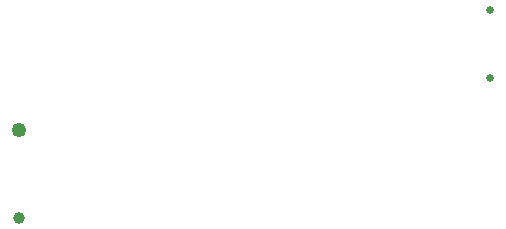
<source format=gbr>
%TF.GenerationSoftware,Altium Limited,Altium Designer,24.5.2 (23)*%
G04 Layer_Color=0*
%FSLAX45Y45*%
%MOMM*%
%TF.SameCoordinates,DE48C8CA-727C-43F3-B7AC-81352024B8C0*%
%TF.FilePolarity,Positive*%
%TF.FileFunction,NonPlated,1,2,NPTH,Drill*%
%TF.Part,Single*%
G01*
G75*
%TA.AperFunction,ComponentDrill*%
%ADD69C,1.00000*%
%ADD70C,1.25000*%
%ADD71C,0.65000*%
D69*
X7700000Y8600000D02*
D03*
D70*
Y9345000D02*
D03*
D71*
X11687500Y10361500D02*
D03*
Y9783500D02*
D03*
%TF.MD5,3eebd975004e7b1ecca7072851f42e85*%
M02*

</source>
